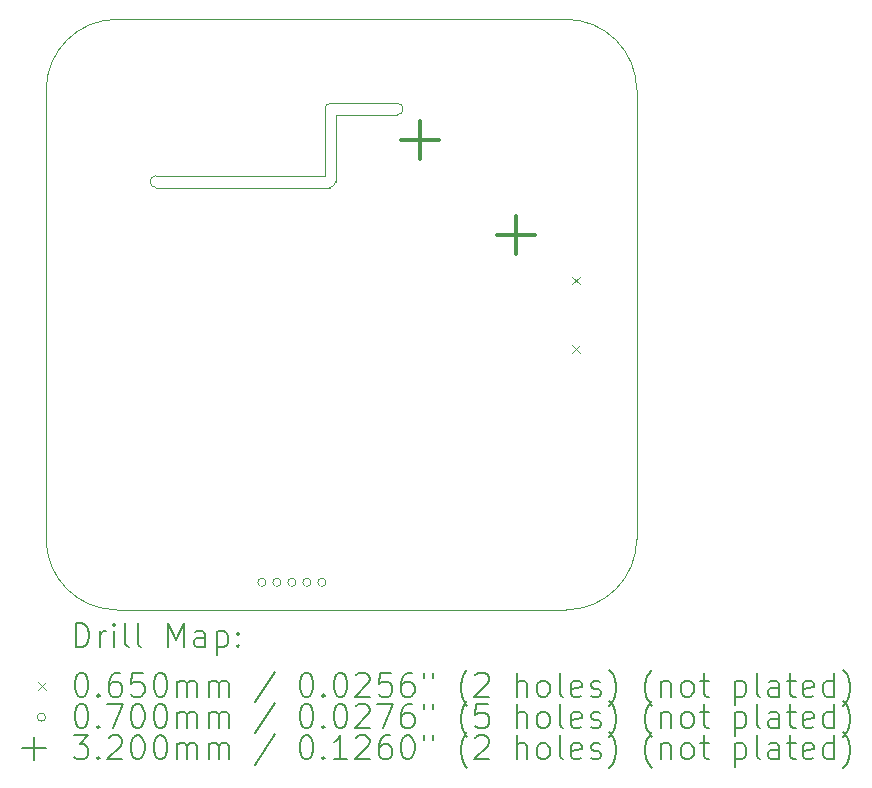
<source format=gbr>
%TF.GenerationSoftware,KiCad,Pcbnew,(6.0.9)*%
%TF.CreationDate,2022-11-24T21:16:59+01:00*%
%TF.ProjectId,repeat-hw,72657065-6174-42d6-9877-2e6b69636164,rev?*%
%TF.SameCoordinates,Original*%
%TF.FileFunction,Drillmap*%
%TF.FilePolarity,Positive*%
%FSLAX45Y45*%
G04 Gerber Fmt 4.5, Leading zero omitted, Abs format (unit mm)*
G04 Created by KiCad (PCBNEW (6.0.9)) date 2022-11-24 21:16:59*
%MOMM*%
%LPD*%
G01*
G04 APERTURE LIST*
%ADD10C,0.100000*%
%ADD11C,0.200000*%
%ADD12C,0.065000*%
%ADD13C,0.070000*%
%ADD14C,0.320000*%
G04 APERTURE END LIST*
D10*
X15490000Y-8670000D02*
G75*
G03*
X15440000Y-8720000I0J-50000D01*
G01*
X15480000Y-9385000D02*
G75*
G03*
X15530000Y-9335000I0J50000D01*
G01*
X16051000Y-8770000D02*
G75*
G03*
X16051000Y-8670000I0J50000D01*
G01*
X14010000Y-9285000D02*
G75*
G03*
X14010000Y-9385000I0J-50000D01*
G01*
X17480000Y-12960000D02*
G75*
G03*
X18080000Y-12360000I0J600000D01*
G01*
X18080000Y-8560000D02*
G75*
G03*
X17480000Y-7960000I-600000J0D01*
G01*
X14010000Y-9285000D02*
X15440000Y-9285000D01*
X14010000Y-9385000D02*
X15480000Y-9385000D01*
X13080000Y-8560000D02*
X13080000Y-12360000D01*
X18080000Y-12360000D02*
X18080000Y-8560000D01*
X15530000Y-9335000D02*
X15530000Y-8770000D01*
X13080000Y-12360000D02*
G75*
G03*
X13680000Y-12960000I600000J0D01*
G01*
X13680000Y-7960000D02*
X17480000Y-7960000D01*
X16051000Y-8670000D02*
X15490000Y-8670000D01*
X17480000Y-12960000D02*
X13680000Y-12960000D01*
X15440000Y-8720000D02*
X15440000Y-9285000D01*
X15530000Y-8770000D02*
X16051000Y-8770000D01*
X13680000Y-7960000D02*
G75*
G03*
X13080000Y-8560000I0J-600000D01*
G01*
D11*
D12*
X17535500Y-10138500D02*
X17600500Y-10203500D01*
X17600500Y-10138500D02*
X17535500Y-10203500D01*
X17535500Y-10716500D02*
X17600500Y-10781500D01*
X17600500Y-10716500D02*
X17535500Y-10781500D01*
D13*
X14941000Y-12727450D02*
G75*
G03*
X14941000Y-12727450I-35000J0D01*
G01*
X15068000Y-12727450D02*
G75*
G03*
X15068000Y-12727450I-35000J0D01*
G01*
X15195000Y-12727450D02*
G75*
G03*
X15195000Y-12727450I-35000J0D01*
G01*
X15322000Y-12727450D02*
G75*
G03*
X15322000Y-12727450I-35000J0D01*
G01*
X15449000Y-12727450D02*
G75*
G03*
X15449000Y-12727450I-35000J0D01*
G01*
D14*
X16247780Y-8820156D02*
X16247780Y-9140156D01*
X16087780Y-8980156D02*
X16407780Y-8980156D01*
X17056003Y-9628379D02*
X17056003Y-9948379D01*
X16896003Y-9788379D02*
X17216003Y-9788379D01*
D11*
X13332619Y-13275476D02*
X13332619Y-13075476D01*
X13380238Y-13075476D01*
X13408809Y-13085000D01*
X13427857Y-13104048D01*
X13437381Y-13123095D01*
X13446905Y-13161190D01*
X13446905Y-13189762D01*
X13437381Y-13227857D01*
X13427857Y-13246905D01*
X13408809Y-13265952D01*
X13380238Y-13275476D01*
X13332619Y-13275476D01*
X13532619Y-13275476D02*
X13532619Y-13142143D01*
X13532619Y-13180238D02*
X13542143Y-13161190D01*
X13551667Y-13151667D01*
X13570714Y-13142143D01*
X13589762Y-13142143D01*
X13656428Y-13275476D02*
X13656428Y-13142143D01*
X13656428Y-13075476D02*
X13646905Y-13085000D01*
X13656428Y-13094524D01*
X13665952Y-13085000D01*
X13656428Y-13075476D01*
X13656428Y-13094524D01*
X13780238Y-13275476D02*
X13761190Y-13265952D01*
X13751667Y-13246905D01*
X13751667Y-13075476D01*
X13885000Y-13275476D02*
X13865952Y-13265952D01*
X13856428Y-13246905D01*
X13856428Y-13075476D01*
X14113571Y-13275476D02*
X14113571Y-13075476D01*
X14180238Y-13218333D01*
X14246905Y-13075476D01*
X14246905Y-13275476D01*
X14427857Y-13275476D02*
X14427857Y-13170714D01*
X14418333Y-13151667D01*
X14399286Y-13142143D01*
X14361190Y-13142143D01*
X14342143Y-13151667D01*
X14427857Y-13265952D02*
X14408809Y-13275476D01*
X14361190Y-13275476D01*
X14342143Y-13265952D01*
X14332619Y-13246905D01*
X14332619Y-13227857D01*
X14342143Y-13208809D01*
X14361190Y-13199286D01*
X14408809Y-13199286D01*
X14427857Y-13189762D01*
X14523095Y-13142143D02*
X14523095Y-13342143D01*
X14523095Y-13151667D02*
X14542143Y-13142143D01*
X14580238Y-13142143D01*
X14599286Y-13151667D01*
X14608809Y-13161190D01*
X14618333Y-13180238D01*
X14618333Y-13237381D01*
X14608809Y-13256428D01*
X14599286Y-13265952D01*
X14580238Y-13275476D01*
X14542143Y-13275476D01*
X14523095Y-13265952D01*
X14704048Y-13256428D02*
X14713571Y-13265952D01*
X14704048Y-13275476D01*
X14694524Y-13265952D01*
X14704048Y-13256428D01*
X14704048Y-13275476D01*
X14704048Y-13151667D02*
X14713571Y-13161190D01*
X14704048Y-13170714D01*
X14694524Y-13161190D01*
X14704048Y-13151667D01*
X14704048Y-13170714D01*
D12*
X13010000Y-13572500D02*
X13075000Y-13637500D01*
X13075000Y-13572500D02*
X13010000Y-13637500D01*
D11*
X13370714Y-13495476D02*
X13389762Y-13495476D01*
X13408809Y-13505000D01*
X13418333Y-13514524D01*
X13427857Y-13533571D01*
X13437381Y-13571667D01*
X13437381Y-13619286D01*
X13427857Y-13657381D01*
X13418333Y-13676428D01*
X13408809Y-13685952D01*
X13389762Y-13695476D01*
X13370714Y-13695476D01*
X13351667Y-13685952D01*
X13342143Y-13676428D01*
X13332619Y-13657381D01*
X13323095Y-13619286D01*
X13323095Y-13571667D01*
X13332619Y-13533571D01*
X13342143Y-13514524D01*
X13351667Y-13505000D01*
X13370714Y-13495476D01*
X13523095Y-13676428D02*
X13532619Y-13685952D01*
X13523095Y-13695476D01*
X13513571Y-13685952D01*
X13523095Y-13676428D01*
X13523095Y-13695476D01*
X13704048Y-13495476D02*
X13665952Y-13495476D01*
X13646905Y-13505000D01*
X13637381Y-13514524D01*
X13618333Y-13543095D01*
X13608809Y-13581190D01*
X13608809Y-13657381D01*
X13618333Y-13676428D01*
X13627857Y-13685952D01*
X13646905Y-13695476D01*
X13685000Y-13695476D01*
X13704048Y-13685952D01*
X13713571Y-13676428D01*
X13723095Y-13657381D01*
X13723095Y-13609762D01*
X13713571Y-13590714D01*
X13704048Y-13581190D01*
X13685000Y-13571667D01*
X13646905Y-13571667D01*
X13627857Y-13581190D01*
X13618333Y-13590714D01*
X13608809Y-13609762D01*
X13904048Y-13495476D02*
X13808809Y-13495476D01*
X13799286Y-13590714D01*
X13808809Y-13581190D01*
X13827857Y-13571667D01*
X13875476Y-13571667D01*
X13894524Y-13581190D01*
X13904048Y-13590714D01*
X13913571Y-13609762D01*
X13913571Y-13657381D01*
X13904048Y-13676428D01*
X13894524Y-13685952D01*
X13875476Y-13695476D01*
X13827857Y-13695476D01*
X13808809Y-13685952D01*
X13799286Y-13676428D01*
X14037381Y-13495476D02*
X14056428Y-13495476D01*
X14075476Y-13505000D01*
X14085000Y-13514524D01*
X14094524Y-13533571D01*
X14104048Y-13571667D01*
X14104048Y-13619286D01*
X14094524Y-13657381D01*
X14085000Y-13676428D01*
X14075476Y-13685952D01*
X14056428Y-13695476D01*
X14037381Y-13695476D01*
X14018333Y-13685952D01*
X14008809Y-13676428D01*
X13999286Y-13657381D01*
X13989762Y-13619286D01*
X13989762Y-13571667D01*
X13999286Y-13533571D01*
X14008809Y-13514524D01*
X14018333Y-13505000D01*
X14037381Y-13495476D01*
X14189762Y-13695476D02*
X14189762Y-13562143D01*
X14189762Y-13581190D02*
X14199286Y-13571667D01*
X14218333Y-13562143D01*
X14246905Y-13562143D01*
X14265952Y-13571667D01*
X14275476Y-13590714D01*
X14275476Y-13695476D01*
X14275476Y-13590714D02*
X14285000Y-13571667D01*
X14304048Y-13562143D01*
X14332619Y-13562143D01*
X14351667Y-13571667D01*
X14361190Y-13590714D01*
X14361190Y-13695476D01*
X14456428Y-13695476D02*
X14456428Y-13562143D01*
X14456428Y-13581190D02*
X14465952Y-13571667D01*
X14485000Y-13562143D01*
X14513571Y-13562143D01*
X14532619Y-13571667D01*
X14542143Y-13590714D01*
X14542143Y-13695476D01*
X14542143Y-13590714D02*
X14551667Y-13571667D01*
X14570714Y-13562143D01*
X14599286Y-13562143D01*
X14618333Y-13571667D01*
X14627857Y-13590714D01*
X14627857Y-13695476D01*
X15018333Y-13485952D02*
X14846905Y-13743095D01*
X15275476Y-13495476D02*
X15294524Y-13495476D01*
X15313571Y-13505000D01*
X15323095Y-13514524D01*
X15332619Y-13533571D01*
X15342143Y-13571667D01*
X15342143Y-13619286D01*
X15332619Y-13657381D01*
X15323095Y-13676428D01*
X15313571Y-13685952D01*
X15294524Y-13695476D01*
X15275476Y-13695476D01*
X15256428Y-13685952D01*
X15246905Y-13676428D01*
X15237381Y-13657381D01*
X15227857Y-13619286D01*
X15227857Y-13571667D01*
X15237381Y-13533571D01*
X15246905Y-13514524D01*
X15256428Y-13505000D01*
X15275476Y-13495476D01*
X15427857Y-13676428D02*
X15437381Y-13685952D01*
X15427857Y-13695476D01*
X15418333Y-13685952D01*
X15427857Y-13676428D01*
X15427857Y-13695476D01*
X15561190Y-13495476D02*
X15580238Y-13495476D01*
X15599286Y-13505000D01*
X15608809Y-13514524D01*
X15618333Y-13533571D01*
X15627857Y-13571667D01*
X15627857Y-13619286D01*
X15618333Y-13657381D01*
X15608809Y-13676428D01*
X15599286Y-13685952D01*
X15580238Y-13695476D01*
X15561190Y-13695476D01*
X15542143Y-13685952D01*
X15532619Y-13676428D01*
X15523095Y-13657381D01*
X15513571Y-13619286D01*
X15513571Y-13571667D01*
X15523095Y-13533571D01*
X15532619Y-13514524D01*
X15542143Y-13505000D01*
X15561190Y-13495476D01*
X15704048Y-13514524D02*
X15713571Y-13505000D01*
X15732619Y-13495476D01*
X15780238Y-13495476D01*
X15799286Y-13505000D01*
X15808809Y-13514524D01*
X15818333Y-13533571D01*
X15818333Y-13552619D01*
X15808809Y-13581190D01*
X15694524Y-13695476D01*
X15818333Y-13695476D01*
X15999286Y-13495476D02*
X15904048Y-13495476D01*
X15894524Y-13590714D01*
X15904048Y-13581190D01*
X15923095Y-13571667D01*
X15970714Y-13571667D01*
X15989762Y-13581190D01*
X15999286Y-13590714D01*
X16008809Y-13609762D01*
X16008809Y-13657381D01*
X15999286Y-13676428D01*
X15989762Y-13685952D01*
X15970714Y-13695476D01*
X15923095Y-13695476D01*
X15904048Y-13685952D01*
X15894524Y-13676428D01*
X16180238Y-13495476D02*
X16142143Y-13495476D01*
X16123095Y-13505000D01*
X16113571Y-13514524D01*
X16094524Y-13543095D01*
X16085000Y-13581190D01*
X16085000Y-13657381D01*
X16094524Y-13676428D01*
X16104048Y-13685952D01*
X16123095Y-13695476D01*
X16161190Y-13695476D01*
X16180238Y-13685952D01*
X16189762Y-13676428D01*
X16199286Y-13657381D01*
X16199286Y-13609762D01*
X16189762Y-13590714D01*
X16180238Y-13581190D01*
X16161190Y-13571667D01*
X16123095Y-13571667D01*
X16104048Y-13581190D01*
X16094524Y-13590714D01*
X16085000Y-13609762D01*
X16275476Y-13495476D02*
X16275476Y-13533571D01*
X16351667Y-13495476D02*
X16351667Y-13533571D01*
X16646905Y-13771667D02*
X16637381Y-13762143D01*
X16618333Y-13733571D01*
X16608809Y-13714524D01*
X16599286Y-13685952D01*
X16589762Y-13638333D01*
X16589762Y-13600238D01*
X16599286Y-13552619D01*
X16608809Y-13524048D01*
X16618333Y-13505000D01*
X16637381Y-13476428D01*
X16646905Y-13466905D01*
X16713571Y-13514524D02*
X16723095Y-13505000D01*
X16742143Y-13495476D01*
X16789762Y-13495476D01*
X16808810Y-13505000D01*
X16818333Y-13514524D01*
X16827857Y-13533571D01*
X16827857Y-13552619D01*
X16818333Y-13581190D01*
X16704048Y-13695476D01*
X16827857Y-13695476D01*
X17065952Y-13695476D02*
X17065952Y-13495476D01*
X17151667Y-13695476D02*
X17151667Y-13590714D01*
X17142143Y-13571667D01*
X17123095Y-13562143D01*
X17094524Y-13562143D01*
X17075476Y-13571667D01*
X17065952Y-13581190D01*
X17275476Y-13695476D02*
X17256429Y-13685952D01*
X17246905Y-13676428D01*
X17237381Y-13657381D01*
X17237381Y-13600238D01*
X17246905Y-13581190D01*
X17256429Y-13571667D01*
X17275476Y-13562143D01*
X17304048Y-13562143D01*
X17323095Y-13571667D01*
X17332619Y-13581190D01*
X17342143Y-13600238D01*
X17342143Y-13657381D01*
X17332619Y-13676428D01*
X17323095Y-13685952D01*
X17304048Y-13695476D01*
X17275476Y-13695476D01*
X17456429Y-13695476D02*
X17437381Y-13685952D01*
X17427857Y-13666905D01*
X17427857Y-13495476D01*
X17608810Y-13685952D02*
X17589762Y-13695476D01*
X17551667Y-13695476D01*
X17532619Y-13685952D01*
X17523095Y-13666905D01*
X17523095Y-13590714D01*
X17532619Y-13571667D01*
X17551667Y-13562143D01*
X17589762Y-13562143D01*
X17608810Y-13571667D01*
X17618333Y-13590714D01*
X17618333Y-13609762D01*
X17523095Y-13628809D01*
X17694524Y-13685952D02*
X17713571Y-13695476D01*
X17751667Y-13695476D01*
X17770714Y-13685952D01*
X17780238Y-13666905D01*
X17780238Y-13657381D01*
X17770714Y-13638333D01*
X17751667Y-13628809D01*
X17723095Y-13628809D01*
X17704048Y-13619286D01*
X17694524Y-13600238D01*
X17694524Y-13590714D01*
X17704048Y-13571667D01*
X17723095Y-13562143D01*
X17751667Y-13562143D01*
X17770714Y-13571667D01*
X17846905Y-13771667D02*
X17856429Y-13762143D01*
X17875476Y-13733571D01*
X17885000Y-13714524D01*
X17894524Y-13685952D01*
X17904048Y-13638333D01*
X17904048Y-13600238D01*
X17894524Y-13552619D01*
X17885000Y-13524048D01*
X17875476Y-13505000D01*
X17856429Y-13476428D01*
X17846905Y-13466905D01*
X18208810Y-13771667D02*
X18199286Y-13762143D01*
X18180238Y-13733571D01*
X18170714Y-13714524D01*
X18161190Y-13685952D01*
X18151667Y-13638333D01*
X18151667Y-13600238D01*
X18161190Y-13552619D01*
X18170714Y-13524048D01*
X18180238Y-13505000D01*
X18199286Y-13476428D01*
X18208810Y-13466905D01*
X18285000Y-13562143D02*
X18285000Y-13695476D01*
X18285000Y-13581190D02*
X18294524Y-13571667D01*
X18313571Y-13562143D01*
X18342143Y-13562143D01*
X18361190Y-13571667D01*
X18370714Y-13590714D01*
X18370714Y-13695476D01*
X18494524Y-13695476D02*
X18475476Y-13685952D01*
X18465952Y-13676428D01*
X18456429Y-13657381D01*
X18456429Y-13600238D01*
X18465952Y-13581190D01*
X18475476Y-13571667D01*
X18494524Y-13562143D01*
X18523095Y-13562143D01*
X18542143Y-13571667D01*
X18551667Y-13581190D01*
X18561190Y-13600238D01*
X18561190Y-13657381D01*
X18551667Y-13676428D01*
X18542143Y-13685952D01*
X18523095Y-13695476D01*
X18494524Y-13695476D01*
X18618333Y-13562143D02*
X18694524Y-13562143D01*
X18646905Y-13495476D02*
X18646905Y-13666905D01*
X18656429Y-13685952D01*
X18675476Y-13695476D01*
X18694524Y-13695476D01*
X18913571Y-13562143D02*
X18913571Y-13762143D01*
X18913571Y-13571667D02*
X18932619Y-13562143D01*
X18970714Y-13562143D01*
X18989762Y-13571667D01*
X18999286Y-13581190D01*
X19008810Y-13600238D01*
X19008810Y-13657381D01*
X18999286Y-13676428D01*
X18989762Y-13685952D01*
X18970714Y-13695476D01*
X18932619Y-13695476D01*
X18913571Y-13685952D01*
X19123095Y-13695476D02*
X19104048Y-13685952D01*
X19094524Y-13666905D01*
X19094524Y-13495476D01*
X19285000Y-13695476D02*
X19285000Y-13590714D01*
X19275476Y-13571667D01*
X19256429Y-13562143D01*
X19218333Y-13562143D01*
X19199286Y-13571667D01*
X19285000Y-13685952D02*
X19265952Y-13695476D01*
X19218333Y-13695476D01*
X19199286Y-13685952D01*
X19189762Y-13666905D01*
X19189762Y-13647857D01*
X19199286Y-13628809D01*
X19218333Y-13619286D01*
X19265952Y-13619286D01*
X19285000Y-13609762D01*
X19351667Y-13562143D02*
X19427857Y-13562143D01*
X19380238Y-13495476D02*
X19380238Y-13666905D01*
X19389762Y-13685952D01*
X19408810Y-13695476D01*
X19427857Y-13695476D01*
X19570714Y-13685952D02*
X19551667Y-13695476D01*
X19513571Y-13695476D01*
X19494524Y-13685952D01*
X19485000Y-13666905D01*
X19485000Y-13590714D01*
X19494524Y-13571667D01*
X19513571Y-13562143D01*
X19551667Y-13562143D01*
X19570714Y-13571667D01*
X19580238Y-13590714D01*
X19580238Y-13609762D01*
X19485000Y-13628809D01*
X19751667Y-13695476D02*
X19751667Y-13495476D01*
X19751667Y-13685952D02*
X19732619Y-13695476D01*
X19694524Y-13695476D01*
X19675476Y-13685952D01*
X19665952Y-13676428D01*
X19656429Y-13657381D01*
X19656429Y-13600238D01*
X19665952Y-13581190D01*
X19675476Y-13571667D01*
X19694524Y-13562143D01*
X19732619Y-13562143D01*
X19751667Y-13571667D01*
X19827857Y-13771667D02*
X19837381Y-13762143D01*
X19856429Y-13733571D01*
X19865952Y-13714524D01*
X19875476Y-13685952D01*
X19885000Y-13638333D01*
X19885000Y-13600238D01*
X19875476Y-13552619D01*
X19865952Y-13524048D01*
X19856429Y-13505000D01*
X19837381Y-13476428D01*
X19827857Y-13466905D01*
D13*
X13075000Y-13869000D02*
G75*
G03*
X13075000Y-13869000I-35000J0D01*
G01*
D11*
X13370714Y-13759476D02*
X13389762Y-13759476D01*
X13408809Y-13769000D01*
X13418333Y-13778524D01*
X13427857Y-13797571D01*
X13437381Y-13835667D01*
X13437381Y-13883286D01*
X13427857Y-13921381D01*
X13418333Y-13940428D01*
X13408809Y-13949952D01*
X13389762Y-13959476D01*
X13370714Y-13959476D01*
X13351667Y-13949952D01*
X13342143Y-13940428D01*
X13332619Y-13921381D01*
X13323095Y-13883286D01*
X13323095Y-13835667D01*
X13332619Y-13797571D01*
X13342143Y-13778524D01*
X13351667Y-13769000D01*
X13370714Y-13759476D01*
X13523095Y-13940428D02*
X13532619Y-13949952D01*
X13523095Y-13959476D01*
X13513571Y-13949952D01*
X13523095Y-13940428D01*
X13523095Y-13959476D01*
X13599286Y-13759476D02*
X13732619Y-13759476D01*
X13646905Y-13959476D01*
X13846905Y-13759476D02*
X13865952Y-13759476D01*
X13885000Y-13769000D01*
X13894524Y-13778524D01*
X13904048Y-13797571D01*
X13913571Y-13835667D01*
X13913571Y-13883286D01*
X13904048Y-13921381D01*
X13894524Y-13940428D01*
X13885000Y-13949952D01*
X13865952Y-13959476D01*
X13846905Y-13959476D01*
X13827857Y-13949952D01*
X13818333Y-13940428D01*
X13808809Y-13921381D01*
X13799286Y-13883286D01*
X13799286Y-13835667D01*
X13808809Y-13797571D01*
X13818333Y-13778524D01*
X13827857Y-13769000D01*
X13846905Y-13759476D01*
X14037381Y-13759476D02*
X14056428Y-13759476D01*
X14075476Y-13769000D01*
X14085000Y-13778524D01*
X14094524Y-13797571D01*
X14104048Y-13835667D01*
X14104048Y-13883286D01*
X14094524Y-13921381D01*
X14085000Y-13940428D01*
X14075476Y-13949952D01*
X14056428Y-13959476D01*
X14037381Y-13959476D01*
X14018333Y-13949952D01*
X14008809Y-13940428D01*
X13999286Y-13921381D01*
X13989762Y-13883286D01*
X13989762Y-13835667D01*
X13999286Y-13797571D01*
X14008809Y-13778524D01*
X14018333Y-13769000D01*
X14037381Y-13759476D01*
X14189762Y-13959476D02*
X14189762Y-13826143D01*
X14189762Y-13845190D02*
X14199286Y-13835667D01*
X14218333Y-13826143D01*
X14246905Y-13826143D01*
X14265952Y-13835667D01*
X14275476Y-13854714D01*
X14275476Y-13959476D01*
X14275476Y-13854714D02*
X14285000Y-13835667D01*
X14304048Y-13826143D01*
X14332619Y-13826143D01*
X14351667Y-13835667D01*
X14361190Y-13854714D01*
X14361190Y-13959476D01*
X14456428Y-13959476D02*
X14456428Y-13826143D01*
X14456428Y-13845190D02*
X14465952Y-13835667D01*
X14485000Y-13826143D01*
X14513571Y-13826143D01*
X14532619Y-13835667D01*
X14542143Y-13854714D01*
X14542143Y-13959476D01*
X14542143Y-13854714D02*
X14551667Y-13835667D01*
X14570714Y-13826143D01*
X14599286Y-13826143D01*
X14618333Y-13835667D01*
X14627857Y-13854714D01*
X14627857Y-13959476D01*
X15018333Y-13749952D02*
X14846905Y-14007095D01*
X15275476Y-13759476D02*
X15294524Y-13759476D01*
X15313571Y-13769000D01*
X15323095Y-13778524D01*
X15332619Y-13797571D01*
X15342143Y-13835667D01*
X15342143Y-13883286D01*
X15332619Y-13921381D01*
X15323095Y-13940428D01*
X15313571Y-13949952D01*
X15294524Y-13959476D01*
X15275476Y-13959476D01*
X15256428Y-13949952D01*
X15246905Y-13940428D01*
X15237381Y-13921381D01*
X15227857Y-13883286D01*
X15227857Y-13835667D01*
X15237381Y-13797571D01*
X15246905Y-13778524D01*
X15256428Y-13769000D01*
X15275476Y-13759476D01*
X15427857Y-13940428D02*
X15437381Y-13949952D01*
X15427857Y-13959476D01*
X15418333Y-13949952D01*
X15427857Y-13940428D01*
X15427857Y-13959476D01*
X15561190Y-13759476D02*
X15580238Y-13759476D01*
X15599286Y-13769000D01*
X15608809Y-13778524D01*
X15618333Y-13797571D01*
X15627857Y-13835667D01*
X15627857Y-13883286D01*
X15618333Y-13921381D01*
X15608809Y-13940428D01*
X15599286Y-13949952D01*
X15580238Y-13959476D01*
X15561190Y-13959476D01*
X15542143Y-13949952D01*
X15532619Y-13940428D01*
X15523095Y-13921381D01*
X15513571Y-13883286D01*
X15513571Y-13835667D01*
X15523095Y-13797571D01*
X15532619Y-13778524D01*
X15542143Y-13769000D01*
X15561190Y-13759476D01*
X15704048Y-13778524D02*
X15713571Y-13769000D01*
X15732619Y-13759476D01*
X15780238Y-13759476D01*
X15799286Y-13769000D01*
X15808809Y-13778524D01*
X15818333Y-13797571D01*
X15818333Y-13816619D01*
X15808809Y-13845190D01*
X15694524Y-13959476D01*
X15818333Y-13959476D01*
X15885000Y-13759476D02*
X16018333Y-13759476D01*
X15932619Y-13959476D01*
X16180238Y-13759476D02*
X16142143Y-13759476D01*
X16123095Y-13769000D01*
X16113571Y-13778524D01*
X16094524Y-13807095D01*
X16085000Y-13845190D01*
X16085000Y-13921381D01*
X16094524Y-13940428D01*
X16104048Y-13949952D01*
X16123095Y-13959476D01*
X16161190Y-13959476D01*
X16180238Y-13949952D01*
X16189762Y-13940428D01*
X16199286Y-13921381D01*
X16199286Y-13873762D01*
X16189762Y-13854714D01*
X16180238Y-13845190D01*
X16161190Y-13835667D01*
X16123095Y-13835667D01*
X16104048Y-13845190D01*
X16094524Y-13854714D01*
X16085000Y-13873762D01*
X16275476Y-13759476D02*
X16275476Y-13797571D01*
X16351667Y-13759476D02*
X16351667Y-13797571D01*
X16646905Y-14035667D02*
X16637381Y-14026143D01*
X16618333Y-13997571D01*
X16608809Y-13978524D01*
X16599286Y-13949952D01*
X16589762Y-13902333D01*
X16589762Y-13864238D01*
X16599286Y-13816619D01*
X16608809Y-13788048D01*
X16618333Y-13769000D01*
X16637381Y-13740428D01*
X16646905Y-13730905D01*
X16818333Y-13759476D02*
X16723095Y-13759476D01*
X16713571Y-13854714D01*
X16723095Y-13845190D01*
X16742143Y-13835667D01*
X16789762Y-13835667D01*
X16808810Y-13845190D01*
X16818333Y-13854714D01*
X16827857Y-13873762D01*
X16827857Y-13921381D01*
X16818333Y-13940428D01*
X16808810Y-13949952D01*
X16789762Y-13959476D01*
X16742143Y-13959476D01*
X16723095Y-13949952D01*
X16713571Y-13940428D01*
X17065952Y-13959476D02*
X17065952Y-13759476D01*
X17151667Y-13959476D02*
X17151667Y-13854714D01*
X17142143Y-13835667D01*
X17123095Y-13826143D01*
X17094524Y-13826143D01*
X17075476Y-13835667D01*
X17065952Y-13845190D01*
X17275476Y-13959476D02*
X17256429Y-13949952D01*
X17246905Y-13940428D01*
X17237381Y-13921381D01*
X17237381Y-13864238D01*
X17246905Y-13845190D01*
X17256429Y-13835667D01*
X17275476Y-13826143D01*
X17304048Y-13826143D01*
X17323095Y-13835667D01*
X17332619Y-13845190D01*
X17342143Y-13864238D01*
X17342143Y-13921381D01*
X17332619Y-13940428D01*
X17323095Y-13949952D01*
X17304048Y-13959476D01*
X17275476Y-13959476D01*
X17456429Y-13959476D02*
X17437381Y-13949952D01*
X17427857Y-13930905D01*
X17427857Y-13759476D01*
X17608810Y-13949952D02*
X17589762Y-13959476D01*
X17551667Y-13959476D01*
X17532619Y-13949952D01*
X17523095Y-13930905D01*
X17523095Y-13854714D01*
X17532619Y-13835667D01*
X17551667Y-13826143D01*
X17589762Y-13826143D01*
X17608810Y-13835667D01*
X17618333Y-13854714D01*
X17618333Y-13873762D01*
X17523095Y-13892809D01*
X17694524Y-13949952D02*
X17713571Y-13959476D01*
X17751667Y-13959476D01*
X17770714Y-13949952D01*
X17780238Y-13930905D01*
X17780238Y-13921381D01*
X17770714Y-13902333D01*
X17751667Y-13892809D01*
X17723095Y-13892809D01*
X17704048Y-13883286D01*
X17694524Y-13864238D01*
X17694524Y-13854714D01*
X17704048Y-13835667D01*
X17723095Y-13826143D01*
X17751667Y-13826143D01*
X17770714Y-13835667D01*
X17846905Y-14035667D02*
X17856429Y-14026143D01*
X17875476Y-13997571D01*
X17885000Y-13978524D01*
X17894524Y-13949952D01*
X17904048Y-13902333D01*
X17904048Y-13864238D01*
X17894524Y-13816619D01*
X17885000Y-13788048D01*
X17875476Y-13769000D01*
X17856429Y-13740428D01*
X17846905Y-13730905D01*
X18208810Y-14035667D02*
X18199286Y-14026143D01*
X18180238Y-13997571D01*
X18170714Y-13978524D01*
X18161190Y-13949952D01*
X18151667Y-13902333D01*
X18151667Y-13864238D01*
X18161190Y-13816619D01*
X18170714Y-13788048D01*
X18180238Y-13769000D01*
X18199286Y-13740428D01*
X18208810Y-13730905D01*
X18285000Y-13826143D02*
X18285000Y-13959476D01*
X18285000Y-13845190D02*
X18294524Y-13835667D01*
X18313571Y-13826143D01*
X18342143Y-13826143D01*
X18361190Y-13835667D01*
X18370714Y-13854714D01*
X18370714Y-13959476D01*
X18494524Y-13959476D02*
X18475476Y-13949952D01*
X18465952Y-13940428D01*
X18456429Y-13921381D01*
X18456429Y-13864238D01*
X18465952Y-13845190D01*
X18475476Y-13835667D01*
X18494524Y-13826143D01*
X18523095Y-13826143D01*
X18542143Y-13835667D01*
X18551667Y-13845190D01*
X18561190Y-13864238D01*
X18561190Y-13921381D01*
X18551667Y-13940428D01*
X18542143Y-13949952D01*
X18523095Y-13959476D01*
X18494524Y-13959476D01*
X18618333Y-13826143D02*
X18694524Y-13826143D01*
X18646905Y-13759476D02*
X18646905Y-13930905D01*
X18656429Y-13949952D01*
X18675476Y-13959476D01*
X18694524Y-13959476D01*
X18913571Y-13826143D02*
X18913571Y-14026143D01*
X18913571Y-13835667D02*
X18932619Y-13826143D01*
X18970714Y-13826143D01*
X18989762Y-13835667D01*
X18999286Y-13845190D01*
X19008810Y-13864238D01*
X19008810Y-13921381D01*
X18999286Y-13940428D01*
X18989762Y-13949952D01*
X18970714Y-13959476D01*
X18932619Y-13959476D01*
X18913571Y-13949952D01*
X19123095Y-13959476D02*
X19104048Y-13949952D01*
X19094524Y-13930905D01*
X19094524Y-13759476D01*
X19285000Y-13959476D02*
X19285000Y-13854714D01*
X19275476Y-13835667D01*
X19256429Y-13826143D01*
X19218333Y-13826143D01*
X19199286Y-13835667D01*
X19285000Y-13949952D02*
X19265952Y-13959476D01*
X19218333Y-13959476D01*
X19199286Y-13949952D01*
X19189762Y-13930905D01*
X19189762Y-13911857D01*
X19199286Y-13892809D01*
X19218333Y-13883286D01*
X19265952Y-13883286D01*
X19285000Y-13873762D01*
X19351667Y-13826143D02*
X19427857Y-13826143D01*
X19380238Y-13759476D02*
X19380238Y-13930905D01*
X19389762Y-13949952D01*
X19408810Y-13959476D01*
X19427857Y-13959476D01*
X19570714Y-13949952D02*
X19551667Y-13959476D01*
X19513571Y-13959476D01*
X19494524Y-13949952D01*
X19485000Y-13930905D01*
X19485000Y-13854714D01*
X19494524Y-13835667D01*
X19513571Y-13826143D01*
X19551667Y-13826143D01*
X19570714Y-13835667D01*
X19580238Y-13854714D01*
X19580238Y-13873762D01*
X19485000Y-13892809D01*
X19751667Y-13959476D02*
X19751667Y-13759476D01*
X19751667Y-13949952D02*
X19732619Y-13959476D01*
X19694524Y-13959476D01*
X19675476Y-13949952D01*
X19665952Y-13940428D01*
X19656429Y-13921381D01*
X19656429Y-13864238D01*
X19665952Y-13845190D01*
X19675476Y-13835667D01*
X19694524Y-13826143D01*
X19732619Y-13826143D01*
X19751667Y-13835667D01*
X19827857Y-14035667D02*
X19837381Y-14026143D01*
X19856429Y-13997571D01*
X19865952Y-13978524D01*
X19875476Y-13949952D01*
X19885000Y-13902333D01*
X19885000Y-13864238D01*
X19875476Y-13816619D01*
X19865952Y-13788048D01*
X19856429Y-13769000D01*
X19837381Y-13740428D01*
X19827857Y-13730905D01*
X12975000Y-14033000D02*
X12975000Y-14233000D01*
X12875000Y-14133000D02*
X13075000Y-14133000D01*
X13313571Y-14023476D02*
X13437381Y-14023476D01*
X13370714Y-14099667D01*
X13399286Y-14099667D01*
X13418333Y-14109190D01*
X13427857Y-14118714D01*
X13437381Y-14137762D01*
X13437381Y-14185381D01*
X13427857Y-14204428D01*
X13418333Y-14213952D01*
X13399286Y-14223476D01*
X13342143Y-14223476D01*
X13323095Y-14213952D01*
X13313571Y-14204428D01*
X13523095Y-14204428D02*
X13532619Y-14213952D01*
X13523095Y-14223476D01*
X13513571Y-14213952D01*
X13523095Y-14204428D01*
X13523095Y-14223476D01*
X13608809Y-14042524D02*
X13618333Y-14033000D01*
X13637381Y-14023476D01*
X13685000Y-14023476D01*
X13704048Y-14033000D01*
X13713571Y-14042524D01*
X13723095Y-14061571D01*
X13723095Y-14080619D01*
X13713571Y-14109190D01*
X13599286Y-14223476D01*
X13723095Y-14223476D01*
X13846905Y-14023476D02*
X13865952Y-14023476D01*
X13885000Y-14033000D01*
X13894524Y-14042524D01*
X13904048Y-14061571D01*
X13913571Y-14099667D01*
X13913571Y-14147286D01*
X13904048Y-14185381D01*
X13894524Y-14204428D01*
X13885000Y-14213952D01*
X13865952Y-14223476D01*
X13846905Y-14223476D01*
X13827857Y-14213952D01*
X13818333Y-14204428D01*
X13808809Y-14185381D01*
X13799286Y-14147286D01*
X13799286Y-14099667D01*
X13808809Y-14061571D01*
X13818333Y-14042524D01*
X13827857Y-14033000D01*
X13846905Y-14023476D01*
X14037381Y-14023476D02*
X14056428Y-14023476D01*
X14075476Y-14033000D01*
X14085000Y-14042524D01*
X14094524Y-14061571D01*
X14104048Y-14099667D01*
X14104048Y-14147286D01*
X14094524Y-14185381D01*
X14085000Y-14204428D01*
X14075476Y-14213952D01*
X14056428Y-14223476D01*
X14037381Y-14223476D01*
X14018333Y-14213952D01*
X14008809Y-14204428D01*
X13999286Y-14185381D01*
X13989762Y-14147286D01*
X13989762Y-14099667D01*
X13999286Y-14061571D01*
X14008809Y-14042524D01*
X14018333Y-14033000D01*
X14037381Y-14023476D01*
X14189762Y-14223476D02*
X14189762Y-14090143D01*
X14189762Y-14109190D02*
X14199286Y-14099667D01*
X14218333Y-14090143D01*
X14246905Y-14090143D01*
X14265952Y-14099667D01*
X14275476Y-14118714D01*
X14275476Y-14223476D01*
X14275476Y-14118714D02*
X14285000Y-14099667D01*
X14304048Y-14090143D01*
X14332619Y-14090143D01*
X14351667Y-14099667D01*
X14361190Y-14118714D01*
X14361190Y-14223476D01*
X14456428Y-14223476D02*
X14456428Y-14090143D01*
X14456428Y-14109190D02*
X14465952Y-14099667D01*
X14485000Y-14090143D01*
X14513571Y-14090143D01*
X14532619Y-14099667D01*
X14542143Y-14118714D01*
X14542143Y-14223476D01*
X14542143Y-14118714D02*
X14551667Y-14099667D01*
X14570714Y-14090143D01*
X14599286Y-14090143D01*
X14618333Y-14099667D01*
X14627857Y-14118714D01*
X14627857Y-14223476D01*
X15018333Y-14013952D02*
X14846905Y-14271095D01*
X15275476Y-14023476D02*
X15294524Y-14023476D01*
X15313571Y-14033000D01*
X15323095Y-14042524D01*
X15332619Y-14061571D01*
X15342143Y-14099667D01*
X15342143Y-14147286D01*
X15332619Y-14185381D01*
X15323095Y-14204428D01*
X15313571Y-14213952D01*
X15294524Y-14223476D01*
X15275476Y-14223476D01*
X15256428Y-14213952D01*
X15246905Y-14204428D01*
X15237381Y-14185381D01*
X15227857Y-14147286D01*
X15227857Y-14099667D01*
X15237381Y-14061571D01*
X15246905Y-14042524D01*
X15256428Y-14033000D01*
X15275476Y-14023476D01*
X15427857Y-14204428D02*
X15437381Y-14213952D01*
X15427857Y-14223476D01*
X15418333Y-14213952D01*
X15427857Y-14204428D01*
X15427857Y-14223476D01*
X15627857Y-14223476D02*
X15513571Y-14223476D01*
X15570714Y-14223476D02*
X15570714Y-14023476D01*
X15551667Y-14052048D01*
X15532619Y-14071095D01*
X15513571Y-14080619D01*
X15704048Y-14042524D02*
X15713571Y-14033000D01*
X15732619Y-14023476D01*
X15780238Y-14023476D01*
X15799286Y-14033000D01*
X15808809Y-14042524D01*
X15818333Y-14061571D01*
X15818333Y-14080619D01*
X15808809Y-14109190D01*
X15694524Y-14223476D01*
X15818333Y-14223476D01*
X15989762Y-14023476D02*
X15951667Y-14023476D01*
X15932619Y-14033000D01*
X15923095Y-14042524D01*
X15904048Y-14071095D01*
X15894524Y-14109190D01*
X15894524Y-14185381D01*
X15904048Y-14204428D01*
X15913571Y-14213952D01*
X15932619Y-14223476D01*
X15970714Y-14223476D01*
X15989762Y-14213952D01*
X15999286Y-14204428D01*
X16008809Y-14185381D01*
X16008809Y-14137762D01*
X15999286Y-14118714D01*
X15989762Y-14109190D01*
X15970714Y-14099667D01*
X15932619Y-14099667D01*
X15913571Y-14109190D01*
X15904048Y-14118714D01*
X15894524Y-14137762D01*
X16132619Y-14023476D02*
X16151667Y-14023476D01*
X16170714Y-14033000D01*
X16180238Y-14042524D01*
X16189762Y-14061571D01*
X16199286Y-14099667D01*
X16199286Y-14147286D01*
X16189762Y-14185381D01*
X16180238Y-14204428D01*
X16170714Y-14213952D01*
X16151667Y-14223476D01*
X16132619Y-14223476D01*
X16113571Y-14213952D01*
X16104048Y-14204428D01*
X16094524Y-14185381D01*
X16085000Y-14147286D01*
X16085000Y-14099667D01*
X16094524Y-14061571D01*
X16104048Y-14042524D01*
X16113571Y-14033000D01*
X16132619Y-14023476D01*
X16275476Y-14023476D02*
X16275476Y-14061571D01*
X16351667Y-14023476D02*
X16351667Y-14061571D01*
X16646905Y-14299667D02*
X16637381Y-14290143D01*
X16618333Y-14261571D01*
X16608809Y-14242524D01*
X16599286Y-14213952D01*
X16589762Y-14166333D01*
X16589762Y-14128238D01*
X16599286Y-14080619D01*
X16608809Y-14052048D01*
X16618333Y-14033000D01*
X16637381Y-14004428D01*
X16646905Y-13994905D01*
X16713571Y-14042524D02*
X16723095Y-14033000D01*
X16742143Y-14023476D01*
X16789762Y-14023476D01*
X16808810Y-14033000D01*
X16818333Y-14042524D01*
X16827857Y-14061571D01*
X16827857Y-14080619D01*
X16818333Y-14109190D01*
X16704048Y-14223476D01*
X16827857Y-14223476D01*
X17065952Y-14223476D02*
X17065952Y-14023476D01*
X17151667Y-14223476D02*
X17151667Y-14118714D01*
X17142143Y-14099667D01*
X17123095Y-14090143D01*
X17094524Y-14090143D01*
X17075476Y-14099667D01*
X17065952Y-14109190D01*
X17275476Y-14223476D02*
X17256429Y-14213952D01*
X17246905Y-14204428D01*
X17237381Y-14185381D01*
X17237381Y-14128238D01*
X17246905Y-14109190D01*
X17256429Y-14099667D01*
X17275476Y-14090143D01*
X17304048Y-14090143D01*
X17323095Y-14099667D01*
X17332619Y-14109190D01*
X17342143Y-14128238D01*
X17342143Y-14185381D01*
X17332619Y-14204428D01*
X17323095Y-14213952D01*
X17304048Y-14223476D01*
X17275476Y-14223476D01*
X17456429Y-14223476D02*
X17437381Y-14213952D01*
X17427857Y-14194905D01*
X17427857Y-14023476D01*
X17608810Y-14213952D02*
X17589762Y-14223476D01*
X17551667Y-14223476D01*
X17532619Y-14213952D01*
X17523095Y-14194905D01*
X17523095Y-14118714D01*
X17532619Y-14099667D01*
X17551667Y-14090143D01*
X17589762Y-14090143D01*
X17608810Y-14099667D01*
X17618333Y-14118714D01*
X17618333Y-14137762D01*
X17523095Y-14156809D01*
X17694524Y-14213952D02*
X17713571Y-14223476D01*
X17751667Y-14223476D01*
X17770714Y-14213952D01*
X17780238Y-14194905D01*
X17780238Y-14185381D01*
X17770714Y-14166333D01*
X17751667Y-14156809D01*
X17723095Y-14156809D01*
X17704048Y-14147286D01*
X17694524Y-14128238D01*
X17694524Y-14118714D01*
X17704048Y-14099667D01*
X17723095Y-14090143D01*
X17751667Y-14090143D01*
X17770714Y-14099667D01*
X17846905Y-14299667D02*
X17856429Y-14290143D01*
X17875476Y-14261571D01*
X17885000Y-14242524D01*
X17894524Y-14213952D01*
X17904048Y-14166333D01*
X17904048Y-14128238D01*
X17894524Y-14080619D01*
X17885000Y-14052048D01*
X17875476Y-14033000D01*
X17856429Y-14004428D01*
X17846905Y-13994905D01*
X18208810Y-14299667D02*
X18199286Y-14290143D01*
X18180238Y-14261571D01*
X18170714Y-14242524D01*
X18161190Y-14213952D01*
X18151667Y-14166333D01*
X18151667Y-14128238D01*
X18161190Y-14080619D01*
X18170714Y-14052048D01*
X18180238Y-14033000D01*
X18199286Y-14004428D01*
X18208810Y-13994905D01*
X18285000Y-14090143D02*
X18285000Y-14223476D01*
X18285000Y-14109190D02*
X18294524Y-14099667D01*
X18313571Y-14090143D01*
X18342143Y-14090143D01*
X18361190Y-14099667D01*
X18370714Y-14118714D01*
X18370714Y-14223476D01*
X18494524Y-14223476D02*
X18475476Y-14213952D01*
X18465952Y-14204428D01*
X18456429Y-14185381D01*
X18456429Y-14128238D01*
X18465952Y-14109190D01*
X18475476Y-14099667D01*
X18494524Y-14090143D01*
X18523095Y-14090143D01*
X18542143Y-14099667D01*
X18551667Y-14109190D01*
X18561190Y-14128238D01*
X18561190Y-14185381D01*
X18551667Y-14204428D01*
X18542143Y-14213952D01*
X18523095Y-14223476D01*
X18494524Y-14223476D01*
X18618333Y-14090143D02*
X18694524Y-14090143D01*
X18646905Y-14023476D02*
X18646905Y-14194905D01*
X18656429Y-14213952D01*
X18675476Y-14223476D01*
X18694524Y-14223476D01*
X18913571Y-14090143D02*
X18913571Y-14290143D01*
X18913571Y-14099667D02*
X18932619Y-14090143D01*
X18970714Y-14090143D01*
X18989762Y-14099667D01*
X18999286Y-14109190D01*
X19008810Y-14128238D01*
X19008810Y-14185381D01*
X18999286Y-14204428D01*
X18989762Y-14213952D01*
X18970714Y-14223476D01*
X18932619Y-14223476D01*
X18913571Y-14213952D01*
X19123095Y-14223476D02*
X19104048Y-14213952D01*
X19094524Y-14194905D01*
X19094524Y-14023476D01*
X19285000Y-14223476D02*
X19285000Y-14118714D01*
X19275476Y-14099667D01*
X19256429Y-14090143D01*
X19218333Y-14090143D01*
X19199286Y-14099667D01*
X19285000Y-14213952D02*
X19265952Y-14223476D01*
X19218333Y-14223476D01*
X19199286Y-14213952D01*
X19189762Y-14194905D01*
X19189762Y-14175857D01*
X19199286Y-14156809D01*
X19218333Y-14147286D01*
X19265952Y-14147286D01*
X19285000Y-14137762D01*
X19351667Y-14090143D02*
X19427857Y-14090143D01*
X19380238Y-14023476D02*
X19380238Y-14194905D01*
X19389762Y-14213952D01*
X19408810Y-14223476D01*
X19427857Y-14223476D01*
X19570714Y-14213952D02*
X19551667Y-14223476D01*
X19513571Y-14223476D01*
X19494524Y-14213952D01*
X19485000Y-14194905D01*
X19485000Y-14118714D01*
X19494524Y-14099667D01*
X19513571Y-14090143D01*
X19551667Y-14090143D01*
X19570714Y-14099667D01*
X19580238Y-14118714D01*
X19580238Y-14137762D01*
X19485000Y-14156809D01*
X19751667Y-14223476D02*
X19751667Y-14023476D01*
X19751667Y-14213952D02*
X19732619Y-14223476D01*
X19694524Y-14223476D01*
X19675476Y-14213952D01*
X19665952Y-14204428D01*
X19656429Y-14185381D01*
X19656429Y-14128238D01*
X19665952Y-14109190D01*
X19675476Y-14099667D01*
X19694524Y-14090143D01*
X19732619Y-14090143D01*
X19751667Y-14099667D01*
X19827857Y-14299667D02*
X19837381Y-14290143D01*
X19856429Y-14261571D01*
X19865952Y-14242524D01*
X19875476Y-14213952D01*
X19885000Y-14166333D01*
X19885000Y-14128238D01*
X19875476Y-14080619D01*
X19865952Y-14052048D01*
X19856429Y-14033000D01*
X19837381Y-14004428D01*
X19827857Y-13994905D01*
M02*

</source>
